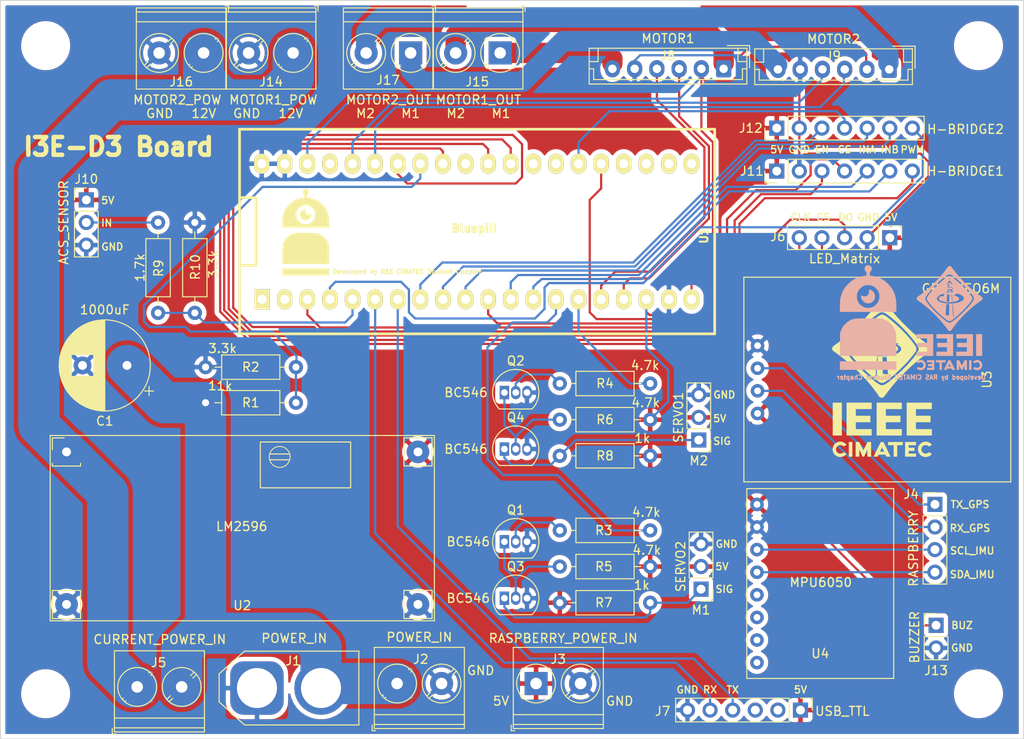
<source format=kicad_pcb>
(kicad_pcb (version 20171130) (host pcbnew 5.1.9-73d0e3b20d~88~ubuntu20.04.1)
  (layers (0 F.Cu signal hide) (31 B.Cu signal hide) (34 B.Paste user) (35 F.Paste user) (36 B.SilkS user) (37 F.SilkS user) (38 B.Mask user) (39 F.Mask user) (44 Edge.Cuts user))
  (net 0 "")
  (net 1 +12V)
  (net 2 GND)
  (net 3 +5V)
  (net 4 /TX_GPS)
  (net 5 /RX_GPS)
  (net 6 /SCL)
  (net 7 /SDA)
  (net 8 /DOUT_LED)
  (net 9 /CS_LED)
  (net 10 /CLK_LED)
  (net 11 /RX_SERIAL)
  (net 12 /TX_SERIAL)
  (net 13 /MOTOR1_M2)
  (net 14 +3V3)
  (net 15 /ENCODER1_B)
  (net 16 /ENCODER1_A)
  (net 17 /MOTOR1_M1)
  (net 18 /MOTOR2_M1)
  (net 19 /ENCODER2_A)
  (net 20 /ENCODER2_B)
  (net 21 /MOTOR2_M2)
  (net 22 /MOTOR1_PWM)
  (net 23 /MOTOR1_INB)
  (net 24 /MOTOR1_INA)
  (net 25 /MOTOR1_CS)
  (net 26 /MOTOR1_EN)
  (net 27 /MOTOR2_EN)
  (net 28 /MOTOR2_CS)
  (net 29 /MOTOR2_INA)
  (net 30 /MOTOR2_INB)
  (net 31 /MOTOR2_PWM)
  (net 32 /BUZZER)
  (net 33 "Net-(M1-Pad1)")
  (net 34 "Net-(M2-Pad1)")
  (net 35 "Net-(Q1-Pad1)")
  (net 36 "Net-(Q1-Pad2)")
  (net 37 "Net-(Q2-Pad2)")
  (net 38 "Net-(Q2-Pad1)")
  (net 39 /AVS)
  (net 40 /SERVO1)
  (net 41 /SERVO2)
  (net 42 /ACS)
  (net 43 "Net-(J10-Pad2)")
  (net 44 "Net-(C1-Pad1)")
  (net 45 "Net-(J7-Pad3)")
  (net 46 "Net-(J7-Pad2)")
  (net 47 "Net-(U1-Pad37)")
  (net 48 "Net-(U1-Pad31)")
  (net 49 "Net-(U1-Pad28)")
  (net 50 "Net-(U1-Pad27)")
  (net 51 "Net-(U1-Pad24)")
  (net 52 "Net-(U1-Pad23)")
  (net 53 "Net-(U1-Pad22)")
  (net 54 "Net-(U1-Pad21)")
  (net 55 "Net-(U1-Pad2)")
  (net 56 "Net-(U1-Pad1)")
  (net 57 "Net-(U4-Pad8)")
  (net 58 "Net-(U4-Pad7)")
  (net 59 "Net-(U4-Pad6)")
  (net 60 "Net-(U4-Pad5)")
  (module D3_Board:ieee_logo_11_8mm (layer B.Cu) (at 106.68 35.7505 180)
    (fp_text reference G*** hide)
    (fp_text value LOGO hide)
  )
  (module D3_Board:ieee_logo (layer F.Cu) (at 99.06 42.545)
    (fp_text reference G*** hide)
    (fp_text value LOGO hide)
  )
  (module D3_Board:ras_logo_11_8mm (layer B.Cu) (at 97.536 35.6235 180)
    (fp_text reference G*** hide)
    (fp_text value LOGO hide)
  )
  (module D3_Board:ras_logo (layer F.Cu) (at 34.29 26.035)
    (fp_text reference G*** hide)
    (fp_text value LOGO hide)
  )
  (module MountingHole:MountingHole_4.5mm_Pad (layer F.Cu) (at 109.92 5.08)
    (fp_text reference REF**)
    (fp_text value MountingHole_4.5mm_Pad)
    (pad "" np_thru_hole circle (at 0 0) (size 4.5 4.5) (drill 4.5) (layers *.Cu *.Mask))
  )
  (module MountingHole:MountingHole_4.5mm_Pad (layer F.Cu) (at 109.92 77.92)
    (fp_text reference REF**)
    (fp_text value MountingHole_4.5mm_Pad)
    (pad "" np_thru_hole circle (at 0 0) (size 4.5 4.5) (drill 4.5) (layers *.Cu *.Mask))
  )
  (module MountingHole:MountingHole_4.5mm_Pad (layer F.Cu) (at 5.08 77.92)
    (fp_text reference REF**)
    (fp_text value MountingHole_4.5mm_Pad)
    (pad "" np_thru_hole circle (at 0 0) (size 4.5 4.5) (drill 4.5) (layers *.Cu *.Mask))
  )
  (module MountingHole:MountingHole_4.5mm_Pad (layer F.Cu) (at 5.08 5.08)
    (fp_text reference REF**)
    (fp_text value MountingHole_4.5mm_Pad)
    (pad "" np_thru_hole circle (at 0 0) (size 4.5 4.5) (drill 4.5) (layers *.Cu *.Mask))
  )
  (module TerminalBlock_Phoenix:TerminalBlock_Phoenix_PT-1,5-2-5.0-H_1x02_P5.00mm_Horizontal (layer F.Cu) (at 15.367 77.1525)
    (fp_text reference J5 (at 2.413 -2.7305) (layer F.SilkS))
    (fp_text value CURRENT_POWER_IN (at 2.54 -5.334) (layer F.SilkS))
    (pad 2 thru_hole circle (at 5 0) (size 2.6 2.6) (drill 1.3) (layers *.Cu *.Mask) (net 44 "Net-(C1-Pad1)"))
    (pad 1 thru_hole rect (at 0 0) (size 2.6 2.6) (drill 1.3) (layers *.Cu *.Mask) (net 1 +12V))
  )
  (module D3_Board:MPU6050_module (layer F.Cu) (at 92.1385 65.532)
    (fp_text reference U4 (at 0 7.874) (layer F.SilkS))
    (fp_text value MPU6050 (at 0.0635 -0.127) (layer F.SilkS))
    (pad 8 thru_hole circle (at -7.112 8.89) (size 1.524 1.524) (drill 0.762) (layers *.Cu *.Mask) (net 57 "Net-(U4-Pad8)"))
    (pad 7 thru_hole circle (at -7.112 6.35) (size 1.524 1.524) (drill 0.762) (layers *.Cu *.Mask) (net 58 "Net-(U4-Pad7)"))
    (pad 6 thru_hole circle (at -7.112 3.81) (size 1.524 1.524) (drill 0.762) (layers *.Cu *.Mask) (net 59 "Net-(U4-Pad6)"))
    (pad 5 thru_hole circle (at -7.112 1.27) (size 1.524 1.524) (drill 0.762) (layers *.Cu *.Mask) (net 60 "Net-(U4-Pad5)"))
    (pad 4 thru_hole circle (at -7.112 -1.27) (size 1.524 1.524) (drill 0.762) (layers *.Cu *.Mask) (net 7 /SDA))
    (pad 3 thru_hole circle (at -7.112 -3.81) (size 1.524 1.524) (drill 0.762) (layers *.Cu *.Mask) (net 6 /SCL))
    (pad 2 thru_hole circle (at -7.112 -6.35) (size 1.524 1.524) (drill 0.762) (layers *.Cu *.Mask) (net 2 GND))
    (pad 1 thru_hole circle (at -7.112 -8.89) (size 1.524 1.524) (drill 0.762) (layers *.Cu *.Mask) (net 3 +5V))
  )
  (module D3_Board:GPS_NEO6M_module (layer F.Cu) (at 98.552 42.6085 90)
    (fp_text reference U3 (at 0 12.319 90) (layer F.SilkS))
    (fp_text value GPS_NEO6M (at 10.2235 9.398 180) (layer F.SilkS))
    (pad 2 thru_hole circle (at -1.27 -13.462 90) (size 1.524 1.524) (drill 0.762) (layers *.Cu *.Mask) (net 5 /RX_GPS))
    (pad 3 thru_hole circle (at 1.27 -13.462 90) (size 1.524 1.524) (drill 0.762) (layers *.Cu *.Mask) (net 4 /TX_GPS))
    (pad 4 thru_hole circle (at 3.81 -13.462 90) (size 1.524 1.524) (drill 0.762) (layers *.Cu *.Mask) (net 2 GND))
    (pad 1 thru_hole circle (at -3.81 -13.462 90) (size 1.524 1.524) (drill 0.762) (layers *.Cu *.Mask) (net 3 +5V))
  )
  (module D3_Board:LM2596_module (layer F.Cu) (at 27.178 59.309)
    (fp_text reference U2 (at 0 8.6995) (layer F.SilkS))
    (fp_text value LM2596 (at -0.0635 -0.1905) (layer F.SilkS))
    (pad 4 thru_hole circle (at 19.7485 -8.5725) (size 2.54 2.54) (drill 1) (layers *.Cu *.Mask) (net 3 +5V))
    (pad 2 thru_hole circle (at -19.7485 8.5725) (size 2.54 2.54) (drill 1) (layers *.Cu *.Mask) (net 2 GND))
    (pad 3 thru_hole circle (at 19.7485 8.5725) (size 2.54 2.54) (drill 1) (layers *.Cu *.Mask) (net 2 GND))
    (pad 1 thru_hole rect (at -19.7485 -8.5725) (size 2.54 2.54) (drill 1) (layers *.Cu *.Mask) (net 1 +12V))
  )
  (module BLUEPILL:BluePill_STM32F103C (layer F.Cu) (at 29.464 33.5915 90)
    (fp_text reference U1 (at 7.1628 49.6062 270) (layer F.SilkS) (effects (font (size 0.889 0.889) (thickness 0.3048))))
    (fp_text value Bluepill (at 7.9756 23.7998) (layer F.SilkS) (effects (font (size 0.889 0.889) (thickness 0.22225))))
    (pad 1 thru_hole rect (at 0 -0.0508) (size 1.7272 2.25) (drill 1.016) (layers *.Cu *.Mask F.SilkS) (net 56 "Net-(U1-Pad1)"))
    (pad 2 thru_hole oval (at 0 2.4892) (size 1.7272 2.25) (drill 1.016) (layers *.Cu *.Mask F.SilkS) (net 55 "Net-(U1-Pad2)"))
    (pad 3 thru_hole oval (at 0 5.0292) (size 1.7272 2.25) (drill 1.016) (layers *.Cu *.Mask F.SilkS) (net 22 /MOTOR1_PWM))
    (pad 4 thru_hole oval (at 0 7.5692) (size 1.7272 2.25) (drill 1.016) (layers *.Cu *.Mask F.SilkS) (net 31 /MOTOR2_PWM))
    (pad 5 thru_hole oval (at 0 10.1092) (size 1.7272 2.25) (drill 1.016) (layers *.Cu *.Mask F.SilkS) (net 42 /ACS))
    (pad 6 thru_hole oval (at 0 12.6492) (size 1.7272 2.25) (drill 1.016) (layers *.Cu *.Mask F.SilkS) (net 11 /RX_SERIAL))
    (pad 7 thru_hole oval (at 0 15.1892) (size 1.7272 2.25) (drill 1.016) (layers *.Cu *.Mask F.SilkS) (net 12 /TX_SERIAL))
    (pad 8 thru_hole oval (at 0 17.7292) (size 1.7272 2.25) (drill 1.016) (layers *.Cu *.Mask F.SilkS) (net 27 /MOTOR2_EN))
    (pad 9 thru_hole oval (at 0 20.2692) (size 1.7272 2.25) (drill 1.016) (layers *.Cu *.Mask F.SilkS) (net 29 /MOTOR2_INA))
    (pad 10 thru_hole oval (at 0 22.8092) (size 1.7272 2.25) (drill 1.016) (layers *.Cu *.Mask F.SilkS) (net 30 /MOTOR2_INB))
    (pad 11 thru_hole oval (at 0 25.3492) (size 1.7272 2.25) (drill 1.016) (layers *.Cu *.Mask F.SilkS) (net 26 /MOTOR1_EN))
    (pad 12 thru_hole oval (at 0 27.8892) (size 1.7272 2.25) (drill 1.016) (layers *.Cu *.Mask F.SilkS) (net 24 /MOTOR1_INA))
    (pad 13 thru_hole oval (at 0 30.4292) (size 1.7272 2.25) (drill 1.016) (layers *.Cu *.Mask F.SilkS) (net 23 /MOTOR1_INB))
    (pad 14 thru_hole oval (at 0 32.9692) (size 1.7272 2.25) (drill 1.016) (layers *.Cu *.Mask F.SilkS) (net 40 /SERVO1))
    (pad 15 thru_hole oval (at 0 35.5092) (size 1.7272 2.25) (drill 1.016) (layers *.Cu *.Mask F.SilkS) (net 41 /SERVO2))
    (pad 16 thru_hole oval (at 0 38.0492) (size 1.7272 2.25) (drill 1.016) (layers *.Cu *.Mask F.SilkS) (net 16 /ENCODER1_A))
    (pad 17 thru_hole oval (at 0 40.5892) (size 1.7272 2.25) (drill 1.016) (layers *.Cu *.Mask F.SilkS) (net 15 /ENCODER1_B))
    (pad 18 thru_hole oval (at 0 43.1292) (size 1.7272 2.25) (drill 1.016) (layers *.Cu *.Mask F.SilkS) (net 3 +5V))
    (pad 19 thru_hole oval (at 0 45.6692) (size 1.7272 2.25) (drill 1.016) (layers *.Cu *.Mask F.SilkS) (net 2 GND))
    (pad 20 thru_hole oval (at 0 48.2092) (size 1.7272 2.25) (drill 1.016) (layers *.Cu *.Mask F.SilkS) (net 14 +3V3))
    (pad 21 thru_hole oval (at 15.24 48.2092 180) (size 1.7272 2.25) (drill 1.016) (layers *.Cu *.Mask F.SilkS) (net 54 "Net-(U1-Pad21)"))
    (pad 22 thru_hole oval (at 15.24 45.6692 180) (size 1.7272 2.25) (drill 1.016) (layers *.Cu *.Mask F.SilkS) (net 53 "Net-(U1-Pad22)"))
    (pad 23 thru_hole oval (at 15.24 43.1292 180) (size 1.7272 2.25) (drill 1.016) (layers *.Cu *.Mask F.SilkS) (net 52 "Net-(U1-Pad23)"))
    (pad 24 thru_hole oval (at 15.24 40.5892 180) (size 1.7272 2.25) (drill 1.016) (layers *.Cu *.Mask F.SilkS) (net 51 "Net-(U1-Pad24)"))
    (pad 25 thru_hole oval (at 15.24 38.0492 180) (size 1.7272 2.25) (drill 1.016) (layers *.Cu *.Mask F.SilkS) (net 25 /MOTOR1_CS))
    (pad 26 thru_hole oval (at 15.24 35.5092 180) (size 1.7272 2.25) (drill 1.016) (layers *.Cu *.Mask F.SilkS) (net 28 /MOTOR2_CS))
    (pad 27 thru_hole oval (at 15.24 32.9692 180) (size 1.7272 2.25) (drill 1.016) (layers *.Cu *.Mask F.SilkS) (net 50 "Net-(U1-Pad27)"))
    (pad 28 thru_hole oval (at 15.24 30.4292 180) (size 1.7272 2.25) (drill 1.016) (layers *.Cu *.Mask F.SilkS) (net 49 "Net-(U1-Pad28)"))
    (pad 29 thru_hole oval (at 15.24 27.8892 180) (size 1.7272 2.25) (drill 1.016) (layers *.Cu *.Mask F.SilkS) (net 9 /CS_LED))
    (pad 30 thru_hole oval (at 15.24 25.3492 180) (size 1.7272 2.25) (drill 1.016) (layers *.Cu *.Mask F.SilkS) (net 10 /CLK_LED))
    (pad 31 thru_hole oval (at 15.24 22.8092 180) (size 1.7272 2.25) (drill 1.016) (layers *.Cu *.Mask F.SilkS) (net 48 "Net-(U1-Pad31)"))
    (pad 32 thru_hole oval (at 15.24 20.2692 180) (size 1.7272 2.25) (drill 1.016) (layers *.Cu *.Mask F.SilkS) (net 8 /DOUT_LED))
    (pad 33 thru_hole oval (at 15.24 17.7292 180) (size 1.7272 2.25) (drill 1.016) (layers *.Cu *.Mask F.SilkS) (net 39 /AVS))
    (pad 34 thru_hole oval (at 15.24 15.1892 180) (size 1.7272 2.25) (drill 1.016) (layers *.Cu *.Mask F.SilkS) (net 32 /BUZZER))
    (pad 35 thru_hole oval (at 15.24 12.6492 180) (size 1.7272 2.25) (drill 1.016) (layers *.Cu *.Mask F.SilkS) (net 20 /ENCODER2_B))
    (pad 36 thru_hole oval (at 15.24 10.1092 180) (size 1.7272 2.25) (drill 1.016) (layers *.Cu *.Mask F.SilkS) (net 19 /ENCODER2_A))
    (pad 37 thru_hole oval (at 15.24 7.5692 180) (size 1.7272 2.25) (drill 1.016) (layers *.Cu *.Mask F.SilkS) (net 47 "Net-(U1-Pad37)"))
    (pad 38 thru_hole oval (at 15.24 5.0292 180) (size 1.7272 2.25) (drill 1.016) (layers *.Cu *.Mask F.SilkS) (net 14 +3V3))
    (pad 39 thru_hole oval (at 15.24 2.4892 180) (size 1.7272 2.25) (drill 1.016) (layers *.Cu *.Mask F.SilkS) (net 2 GND))
    (pad 40 thru_hole oval (at 15.24 -0.1016 180) (size 1.7272 2.25) (drill 1.016) (layers *.Cu *.Mask F.SilkS) (net 2 GND))
  )
  (module Resistor_THT:R_Axial_DIN0207_L6.3mm_D2.5mm_P10.16mm_Horizontal (layer F.Cu) (at 21.844 35.1155 90)
    (fp_text reference R10 (at 5.1435 0.0635 90) (layer F.SilkS))
    (fp_text value 3.3k (at 5.461 2.0955 90) (layer F.SilkS))
    (pad 2 thru_hole oval (at 10.16 0 90) (size 1.6 1.6) (drill 0.8) (layers *.Cu *.Mask) (net 2 GND))
    (pad 1 thru_hole circle (at 0 0 90) (size 1.6 1.6) (drill 0.8) (layers *.Cu *.Mask) (net 42 /ACS))
  )
  (module Resistor_THT:R_Axial_DIN0207_L6.3mm_D2.5mm_P10.16mm_Horizontal (layer F.Cu) (at 17.7165 24.9555 270)
    (fp_text reference R9 (at 5.1435 -0.0635 90) (layer F.SilkS))
    (fp_text value 1.7k (at 5.08 2.032 90) (layer F.SilkS))
    (pad 2 thru_hole oval (at 10.16 0 270) (size 1.6 1.6) (drill 0.8) (layers *.Cu *.Mask) (net 42 /ACS))
    (pad 1 thru_hole circle (at 0 0 270) (size 1.6 1.6) (drill 0.8) (layers *.Cu *.Mask) (net 43 "Net-(J10-Pad2)"))
  )
  (module Resistor_THT:R_Axial_DIN0207_L6.3mm_D2.5mm_P10.16mm_Horizontal (layer F.Cu) (at 62.865 51.181)
    (fp_text reference R8 (at 5.08 0) (layer F.SilkS))
    (fp_text value 1k (at 9.271 -1.9685) (layer F.SilkS))
    (pad 2 thru_hole oval (at 10.16 0) (size 1.6 1.6) (drill 0.8) (layers *.Cu *.Mask) (net 3 +5V))
    (pad 1 thru_hole circle (at 0 0) (size 1.6 1.6) (drill 0.8) (layers *.Cu *.Mask) (net 34 "Net-(M2-Pad1)"))
  )
  (module Resistor_THT:R_Axial_DIN0207_L6.3mm_D2.5mm_P10.16mm_Horizontal (layer F.Cu) (at 73.025 67.691 180)
    (fp_text reference R7 (at 5.207 0) (layer F.SilkS))
    (fp_text value 1k (at 0.9525 1.9685) (layer F.SilkS))
    (pad 2 thru_hole oval (at 10.16 0 180) (size 1.6 1.6) (drill 0.8) (layers *.Cu *.Mask) (net 3 +5V))
    (pad 1 thru_hole circle (at 0 0 180) (size 1.6 1.6) (drill 0.8) (layers *.Cu *.Mask) (net 33 "Net-(M1-Pad1)"))
  )
  (module Resistor_THT:R_Axial_DIN0207_L6.3mm_D2.5mm_P10.16mm_Horizontal (layer F.Cu) (at 62.865 47.117)
    (fp_text reference R6 (at 5.08 0) (layer F.SilkS))
    (fp_text value 4.7k (at 9.652 -1.905) (layer F.SilkS))
    (pad 2 thru_hole oval (at 10.16 0) (size 1.6 1.6) (drill 0.8) (layers *.Cu *.Mask) (net 3 +5V))
    (pad 1 thru_hole circle (at 0 0) (size 1.6 1.6) (drill 0.8) (layers *.Cu *.Mask) (net 38 "Net-(Q2-Pad1)"))
  )
  (module Resistor_THT:R_Axial_DIN0207_L6.3mm_D2.5mm_P10.16mm_Horizontal (layer F.Cu) (at 62.865 63.627)
    (fp_text reference R5 (at 4.953 0) (layer F.SilkS))
    (fp_text value 4.7k (at 9.779 -1.8415) (layer F.SilkS))
    (pad 2 thru_hole oval (at 10.16 0) (size 1.6 1.6) (drill 0.8) (layers *.Cu *.Mask) (net 3 +5V))
    (pad 1 thru_hole circle (at 0 0) (size 1.6 1.6) (drill 0.8) (layers *.Cu *.Mask) (net 35 "Net-(Q1-Pad1)"))
  )
  (module Resistor_THT:R_Axial_DIN0207_L6.3mm_D2.5mm_P10.16mm_Horizontal (layer F.Cu) (at 62.865 43.053)
    (fp_text reference R4 (at 5.08 0) (layer F.SilkS))
    (fp_text value 4.7k (at 9.5885 -2.032) (layer F.SilkS))
    (pad 2 thru_hole oval (at 10.16 0) (size 1.6 1.6) (drill 0.8) (layers *.Cu *.Mask) (net 41 /SERVO2))
    (pad 1 thru_hole circle (at 0 0) (size 1.6 1.6) (drill 0.8) (layers *.Cu *.Mask) (net 37 "Net-(Q2-Pad2)"))
  )
  (module Resistor_THT:R_Axial_DIN0207_L6.3mm_D2.5mm_P10.16mm_Horizontal (layer F.Cu) (at 62.865 59.563)
    (fp_text reference R3 (at 4.953 0) (layer F.SilkS))
    (fp_text value 4.7k (at 9.7155 -2.032) (layer F.SilkS))
    (pad 2 thru_hole oval (at 10.16 0) (size 1.6 1.6) (drill 0.8) (layers *.Cu *.Mask) (net 40 /SERVO1))
    (pad 1 thru_hole circle (at 0 0) (size 1.6 1.6) (drill 0.8) (layers *.Cu *.Mask) (net 36 "Net-(Q1-Pad2)"))
  )
  (module Resistor_THT:R_Axial_DIN0207_L6.3mm_D2.5mm_P10.16mm_Horizontal (layer F.Cu) (at 33.2105 41.2115 180)
    (fp_text reference R2 (at 5.08 0) (layer F.SilkS))
    (fp_text value 3.3k (at 8.255 2.0955) (layer F.SilkS))
    (pad 2 thru_hole oval (at 10.16 0 180) (size 1.6 1.6) (drill 0.8) (layers *.Cu *.Mask) (net 2 GND))
    (pad 1 thru_hole circle (at 0 0 180) (size 1.6 1.6) (drill 0.8) (layers *.Cu *.Mask) (net 39 /AVS))
  )
  (module Resistor_THT:R_Axial_DIN0207_L6.3mm_D2.5mm_P10.16mm_Horizontal (layer F.Cu) (at 23.0505 45.212)
    (fp_text reference R1 (at 5.08 0) (layer F.SilkS))
    (fp_text value 11k (at 1.651 -1.905) (layer F.SilkS))
    (pad 2 thru_hole oval (at 10.16 0) (size 1.6 1.6) (drill 0.8) (layers *.Cu *.Mask) (net 39 /AVS))
    (pad 1 thru_hole circle (at 0 0) (size 1.6 1.6) (drill 0.8) (layers *.Cu *.Mask) (net 44 "Net-(C1-Pad1)"))
  )
  (module Package_TO_SOT_THT:TO-92_Inline (layer F.Cu) (at 56.642 50.419)
    (fp_text reference Q4 (at 1.27 -3.56) (layer F.SilkS))
    (fp_text value BC546 (at -4.318 0) (layer F.SilkS))
    (pad 1 thru_hole rect (at 0 0) (size 1.05 1.5) (drill 0.75) (layers *.Cu *.Mask) (net 34 "Net-(M2-Pad1)"))
    (pad 3 thru_hole oval (at 2.54 0) (size 1.05 1.5) (drill 0.75) (layers *.Cu *.Mask) (net 2 GND))
    (pad 2 thru_hole oval (at 1.27 0) (size 1.05 1.5) (drill 0.75) (layers *.Cu *.Mask) (net 38 "Net-(Q2-Pad1)"))
  )
  (module Package_TO_SOT_THT:TO-92_Inline (layer F.Cu) (at 56.642 67.183)
    (fp_text reference Q3 (at 1.27 -3.56) (layer F.SilkS))
    (fp_text value BC546 (at -4.064 0) (layer F.SilkS))
    (pad 1 thru_hole rect (at 0 0) (size 1.05 1.5) (drill 0.75) (layers *.Cu *.Mask) (net 33 "Net-(M1-Pad1)"))
    (pad 3 thru_hole oval (at 2.54 0) (size 1.05 1.5) (drill 0.75) (layers *.Cu *.Mask) (net 2 GND))
    (pad 2 thru_hole oval (at 1.27 0) (size 1.05 1.5) (drill 0.75) (layers *.Cu *.Mask) (net 35 "Net-(Q1-Pad1)"))
  )
  (module Package_TO_SOT_THT:TO-92_Inline (layer F.Cu) (at 56.642 44.069)
    (fp_text reference Q2 (at 1.27 -3.56) (layer F.SilkS))
    (fp_text value BC546 (at -4.318 0) (layer F.SilkS))
    (pad 1 thru_hole rect (at 0 0) (size 1.05 1.5) (drill 0.75) (layers *.Cu *.Mask) (net 38 "Net-(Q2-Pad1)"))
    (pad 3 thru_hole oval (at 2.54 0) (size 1.05 1.5) (drill 0.75) (layers *.Cu *.Mask) (net 2 GND))
    (pad 2 thru_hole oval (at 1.27 0) (size 1.05 1.5) (drill 0.75) (layers *.Cu *.Mask) (net 37 "Net-(Q2-Pad2)"))
  )
  (module Package_TO_SOT_THT:TO-92_Inline (layer F.Cu) (at 56.642 60.833)
    (fp_text reference Q1 (at 1.27 -3.56) (layer F.SilkS))
    (fp_text value BC546 (at -4.064 0) (layer F.SilkS))
    (pad 1 thru_hole rect (at 0 0) (size 1.05 1.5) (drill 0.75) (layers *.Cu *.Mask) (net 35 "Net-(Q1-Pad1)"))
    (pad 3 thru_hole oval (at 2.54 0) (size 1.05 1.5) (drill 0.75) (layers *.Cu *.Mask) (net 2 GND))
    (pad 2 thru_hole oval (at 1.27 0) (size 1.05 1.5) (drill 0.75) (layers *.Cu *.Mask) (net 36 "Net-(Q1-Pad2)"))
  )
  (module Connector_PinHeader_2.54mm:PinHeader_1x03_P2.54mm_Vertical (layer F.Cu) (at 78.486 49.403 180)
    (fp_text reference M2 (at 0 -2.33) (layer F.SilkS))
    (fp_text value SERVO1 (at 2.286 2.54 270) (layer F.SilkS))
    (pad 3 thru_hole oval (at 0 5.08 180) (size 1.7 1.7) (drill 1) (layers *.Cu *.Mask) (net 2 GND))
    (pad 2 thru_hole oval (at 0 2.54 180) (size 1.7 1.7) (drill 1) (layers *.Cu *.Mask) (net 3 +5V))
    (pad 1 thru_hole rect (at 0 0 180) (size 1.7 1.7) (drill 1) (layers *.Cu *.Mask) (net 34 "Net-(M2-Pad1)"))
  )
  (module Connector_PinHeader_2.54mm:PinHeader_1x03_P2.54mm_Vertical (layer F.Cu) (at 78.74 66.167 180)
    (fp_text reference M1 (at 0 -2.33) (layer F.SilkS))
    (fp_text value SERVO2 (at 2.286 2.54 90) (layer F.SilkS))
    (pad 3 thru_hole oval (at 0 5.08 180) (size 1.7 1.7) (drill 1) (layers *.Cu *.Mask) (net 2 GND))
    (pad 2 thru_hole oval (at 0 2.54 180) (size 1.7 1.7) (drill 1) (layers *.Cu *.Mask) (net 3 +5V))
    (pad 1 thru_hole rect (at 0 0 180) (size 1.7 1.7) (drill 1) (layers *.Cu *.Mask) (net 33 "Net-(M1-Pad1)"))
  )
  (module TerminalBlock_Phoenix:TerminalBlock_Phoenix_PT-1,5-2-5.0-H_1x02_P5.00mm_Horizontal (layer F.Cu) (at 46.101 5.9 180)
    (fp_text reference J17 (at 2.54 -3.0535) (layer F.SilkS))
    (fp_text value MOTOR2_OUT (at 2.4765 -5.276) (layer F.SilkS))
    (pad 2 thru_hole circle (at 5 0 180) (size 2.6 2.6) (drill 1.3) (layers *.Cu *.Mask) (net 21 /MOTOR2_M2))
    (pad 1 thru_hole rect (at 0 0 180) (size 2.6 2.6) (drill 1.3) (layers *.Cu *.Mask) (net 18 /MOTOR2_M1))
  )
  (module TerminalBlock_Phoenix:TerminalBlock_Phoenix_PT-1,5-2-5.0-H_1x02_P5.00mm_Horizontal (layer F.Cu) (at 22.8346 5.9 180)
    (fp_text reference J16 (at 2.5146 -3.244) (layer F.SilkS))
    (fp_text value MOTOR2_POW (at 2.9591 -5.276) (layer F.SilkS))
    (pad 2 thru_hole circle (at 5 0 180) (size 2.6 2.6) (drill 1.3) (layers *.Cu *.Mask) (net 2 GND))
    (pad 1 thru_hole rect (at 0 0 180) (size 2.6 2.6) (drill 1.3) (layers *.Cu *.Mask) (net 1 +12V))
  )
  (module TerminalBlock_Phoenix:TerminalBlock_Phoenix_PT-1,5-2-5.0-H_1x02_P5.00mm_Horizontal (layer F.Cu) (at 56.1594 5.9 180)
    (fp_text reference J15 (at 2.5654 -3.244) (layer F.SilkS))
    (fp_text value MOTOR1_OUT (at 2.4384 -5.276) (layer F.SilkS))
    (pad 2 thru_hole circle (at 5 0 180) (size 2.6 2.6) (drill 1.3) (layers *.Cu *.Mask) (net 13 /MOTOR1_M2))
    (pad 1 thru_hole rect (at 0 0 180) (size 2.6 2.6) (drill 1.3) (layers *.Cu *.Mask) (net 17 /MOTOR1_M1))
  )
  (module TerminalBlock_Phoenix:TerminalBlock_Phoenix_PT-1,5-2-5.0-H_1x02_P5.00mm_Horizontal (layer F.Cu) (at 32.893 5.9 180)
    (fp_text reference J14 (at 2.4765 -3.244) (layer F.SilkS))
    (fp_text value MOTOR1_POW (at 2.2225 -5.276) (layer F.SilkS))
    (pad 2 thru_hole circle (at 5 0 180) (size 2.6 2.6) (drill 1.3) (layers *.Cu *.Mask) (net 2 GND))
    (pad 1 thru_hole rect (at 0 0 180) (size 2.6 2.6) (drill 1.3) (layers *.Cu *.Mask) (net 1 +12V))
  )
  (module Connector_PinHeader_2.54mm:PinHeader_1x02_P2.54mm_Vertical (layer F.Cu) (at 105.156 70.231)
    (fp_text reference J13 (at 0 5.08) (layer F.SilkS))
    (fp_text value BUZZER (at -2.413 1.3335 90) (layer F.SilkS))
    (pad 1 thru_hole rect (at 0 0) (size 1.7 1.7) (drill 1) (layers *.Cu *.Mask) (net 32 /BUZZER))
    (pad 2 thru_hole oval (at 0 2.54) (size 1.7 1.7) (drill 1) (layers *.Cu *.Mask) (net 2 GND))
  )
  (module Connector_PinHeader_2.54mm:PinHeader_1x07_P2.54mm_Vertical (layer F.Cu) (at 87.249 14.351 90)
    (fp_text reference J12 (at 0 -2.921 180) (layer F.SilkS))
    (fp_text value H-BRIDGE2 (at -0.127 21.209 180) (layer F.SilkS))
    (pad 1 thru_hole rect (at 0 0 90) (size 1.7 1.7) (drill 1) (layers *.Cu *.Mask) (net 3 +5V))
    (pad 2 thru_hole oval (at 0 2.54 90) (size 1.7 1.7) (drill 1) (layers *.Cu *.Mask) (net 2 GND))
    (pad 3 thru_hole oval (at 0 5.08 90) (size 1.7 1.7) (drill 1) (layers *.Cu *.Mask) (net 27 /MOTOR2_EN))
    (pad 4 thru_hole oval (at 0 7.62 90) (size 1.7 1.7) (drill 1) (layers *.Cu *.Mask) (net 28 /MOTOR2_CS))
    (pad 5 thru_hole oval (at 0 10.16 90) (size 1.7 1.7) (drill 1) (layers *.Cu *.Mask) (net 29 /MOTOR2_INA))
    (pad 6 thru_hole oval (at 0 12.7 90) (size 1.7 1.7) (drill 1) (layers *.Cu *.Mask) (net 30 /MOTOR2_INB))
    (pad 7 thru_hole oval (at 0 15.24 90) (size 1.7 1.7) (drill 1) (layers *.Cu *.Mask) (net 31 /MOTOR2_PWM))
  )
  (module Connector_PinHeader_2.54mm:PinHeader_1x07_P2.54mm_Vertical (layer F.Cu) (at 87.249 19.177 90)
    (fp_text reference J11 (at 0 -2.794 180) (layer F.SilkS))
    (fp_text value H-BRIDGE1 (at 0 21.209 180) (layer F.SilkS))
    (pad 7 thru_hole oval (at 0 15.24 90) (size 1.7 1.7) (drill 1) (layers *.Cu *.Mask) (net 22 /MOTOR1_PWM))
    (pad 6 thru_hole oval (at 0 12.7 90) (size 1.7 1.7) (drill 1) (layers *.Cu *.Mask) (net 23 /MOTOR1_INB))
    (pad 5 thru_hole oval (at 0 10.16 90) (size 1.7 1.7) (drill 1) (layers *.Cu *.Mask) (net 24 /MOTOR1_INA))
    (pad 4 thru_hole oval (at 0 7.62 90) (size 1.7 1.7) (drill 1) (layers *.Cu *.Mask) (net 25 /MOTOR1_CS))
    (pad 3 thru_hole oval (at 0 5.08 90) (size 1.7 1.7) (drill 1) (layers *.Cu *.Mask) (net 26 /MOTOR1_EN))
    (pad 2 thru_hole oval (at 0 2.54 90) (size 1.7 1.7) (drill 1) (layers *.Cu *.Mask) (net 2 GND))
    (pad 1 thru_hole rect (at 0 0 90) (size 1.7 1.7) (drill 1) (layers *.Cu *.Mask) (net 3 +5V))
  )
  (module Connector_PinHeader_2.54mm:PinHeader_1x03_P2.54mm_Vertical (layer F.Cu) (at 9.652 22.4155)
    (fp_text reference J10 (at 0 -2.33) (layer F.SilkS))
    (fp_text value ACS_SENSOR (at -2.54 2.54 90) (layer F.SilkS))
    (pad 3 thru_hole oval (at 0 5.08) (size 1.7 1.7) (drill 1) (layers *.Cu *.Mask) (net 2 GND))
    (pad 2 thru_hole oval (at 0 2.54) (size 1.7 1.7) (drill 1) (layers *.Cu *.Mask) (net 43 "Net-(J10-Pad2)"))
    (pad 1 thru_hole rect (at 0 0) (size 1.7 1.7) (drill 1) (layers *.Cu *.Mask) (net 3 +5V))
  )
  (module Connector_JST:JST_EH_B6B-EH-A_1x06_P2.50mm_Vertical (layer F.Cu) (at 99.8855 7.747 180)
    (fp_text reference J9 (at 6.2865 1.524) (layer F.SilkS))
    (fp_text value MOTOR2 (at 6.25 3.4) (layer F.SilkS))
    (pad 6 thru_hole oval (at 12.5 0 180) (size 1.7 1.95) (drill 0.95) (layers *.Cu *.Mask) (net 18 /MOTOR2_M1))
    (pad 5 thru_hole oval (at 10 0 180) (size 1.7 1.95) (drill 0.95) (layers *.Cu *.Mask) (net 2 GND))
    (pad 4 thru_hole oval (at 7.5 0 180) (size 1.7 1.95) (drill 0.95) (layers *.Cu *.Mask) (net 19 /ENCODER2_A))
    (pad 3 thru_hole oval (at 5 0 180) (size 1.7 1.95) (drill 0.95) (layers *.Cu *.Mask) (net 20 /ENCODER2_B))
    (pad 2 thru_hole oval (at 2.5 0 180) (size 1.7 1.95) (drill 0.95) (layers *.Cu *.Mask) (net 14 +3V3))
    (pad 1 thru_hole roundrect (at 0 0 180) (size 1.7 1.95) (drill 0.95) (layers *.Cu *.Mask) (roundrect_rratio 0.147059) (net 21 /MOTOR2_M2))
  )
  (module Connector_JST:JST_EH_B6B-EH-A_1x06_P2.50mm_Vertical (layer F.Cu) (at 81.28 7.6835 180)
    (fp_text reference J8 (at 6.2865 1.4605) (layer F.SilkS))
    (fp_text value MOTOR1 (at 6.25 3.4) (layer F.SilkS))
    (pad 6 thru_hole oval (at 12.5 0 180) (size 1.7 1.95) (drill 0.95) (layers *.Cu *.Mask) (net 17 /MOTOR1_M1))
    (pad 5 thru_hole oval (at 10 0 180) (size 1.7 1.95) (drill 0.95) (layers *.Cu *.Mask) (net 2 GND))
    (pad 4 thru_hole oval (at 7.5 0 180) (size 1.7 1.95) (drill 0.95) (layers *.Cu *.Mask) (net 16 /ENCODER1_A))
    (pad 3 thru_hole oval (at 5 0 180) (size 1.7 1.95) (drill 0.95) (layers *.Cu *.Mask) (net 15 /ENCODER1_B))
    (pad 2 thru_hole oval (at 2.5 0 180) (size 1.7 1.95) (drill 0.95) (layers *.Cu *.Mask) (net 14 +3V3))
    (pad 1 thru_hole roundrect (at 0 0 180) (size 1.7 1.95) (drill 0.95) (layers *.Cu *.Mask) (roundrect_rratio 0.147059) (net 13 /MOTOR1_M2))
  )
  (module Connector_PinHeader_2.54mm:PinHeader_1x06_P2.54mm_Vertical (layer F.Cu) (at 89.916 79.756 270)
    (fp_text reference J7 (at 0.127 15.494 180) (layer F.SilkS))
    (fp_text value USB_TTL (at 0.127 -4.699 180) (layer F.SilkS))
    (pad 6 thru_hole oval (at 0 12.7 270) (size 1.7 1.7) (drill 1) (layers *.Cu *.Mask) (net 2 GND))
    (pad 5 thru_hole oval (at 0 10.16 270) (size 1.7 1.7) (drill 1) (layers *.Cu *.Mask) (net 11 /RX_SERIAL))
    (pad 4 thru_hole oval (at 0 7.62 270) (size 1.7 1.7) (drill 1) (layers *.Cu *.Mask) (net 12 /TX_SERIAL))
    (pad 3 thru_hole oval (at 0 5.08 270) (size 1.7 1.7) (drill 1) (layers *.Cu *.Mask) (net 45 "Net-(J7-Pad3)"))
    (pad 2 thru_hole oval (at 0 2.54 270) (size 1.7 1.7) (drill 1) (layers *.Cu *.Mask) (net 46 "Net-(J7-Pad2)"))
    (pad 1 thru_hole rect (at 0 0 270) (size 1.7 1.7) (drill 1) (layers *.Cu *.Mask) (net 3 +5V))
  )
  (module Connector_PinHeader_2.54mm:PinHeader_1x05_P2.54mm_Vertical (layer F.Cu) (at 99.949 26.67 270)
    (fp_text reference J6 (at -0.127 12.573 180) (layer F.SilkS))
    (fp_text value LED_Matrix (at 2.3495 5.08 180) (layer F.SilkS))
    (pad 1 thru_hole rect (at 0 0 270) (size 1.7 1.7) (drill 1) (layers *.Cu *.Mask) (net 3 +5V))
    (pad 2 thru_hole oval (at 0 2.54 270) (size 1.7 1.7) (drill 1) (layers *.Cu *.Mask) (net 2 GND))
    (pad 3 thru_hole oval (at 0 5.08 270) (size 1.7 1.7) (drill 1) (layers *.Cu *.Mask) (net 8 /DOUT_LED))
    (pad 4 thru_hole oval (at 0 7.62 270) (size 1.7 1.7) (drill 1) (layers *.Cu *.Mask) (net 9 /CS_LED))
    (pad 5 thru_hole oval (at 0 10.16 270) (size 1.7 1.7) (drill 1) (layers *.Cu *.Mask) (net 10 /CLK_LED))
  )
  (module Connector_PinHeader_2.54mm:PinHeader_1x04_P2.54mm_Vertical (layer F.Cu) (at 105.029 56.642)
    (fp_text reference J4 (at -2.667 -1.143) (layer F.SilkS))
    (fp_text value RASPBERRY (at -2.413 4.953 90) (layer F.SilkS))
    (pad 1 thru_hole rect (at 0 0) (size 1.7 1.7) (drill 1) (layers *.Cu *.Mask) (net 4 /TX_GPS))
    (pad 2 thru_hole oval (at 0 2.54) (size 1.7 1.7) (drill 1) (layers *.Cu *.Mask) (net 5 /RX_GPS))
    (pad 3 thru_hole oval (at 0 5.08) (size 1.7 1.7) (drill 1) (layers *.Cu *.Mask) (net 6 /SCL))
    (pad 4 thru_hole oval (at 0 7.62) (size 1.7 1.7) (drill 1) (layers *.Cu *.Mask) (net 7 /SDA))
  )
  (module TerminalBlock_Phoenix:TerminalBlock_Phoenix_PT-1,5-2-5.0-H_1x02_P5.00mm_Horizontal (layer F.Cu) (at 60.198 76.7715)
    (fp_text reference J3 (at 2.5 -2.7305) (layer F.SilkS))
    (fp_text value RASPBERRY_POWER_IN (at 3.048 -5.08) (layer F.SilkS))
    (pad 2 thru_hole circle (at 5 0) (size 2.6 2.6) (drill 1.3) (layers *.Cu *.Mask) (net 2 GND))
    (pad 1 thru_hole rect (at 0 0) (size 2.6 2.6) (drill 1.3) (layers *.Cu *.Mask) (net 3 +5V))
  )
  (module TerminalBlock_Phoenix:TerminalBlock_Phoenix_PT-1,5-2-5.0-H_1x02_P5.00mm_Horizontal (layer F.Cu) (at 44.577 76.7715)
    (fp_text reference J2 (at 2.667 -2.7305) (layer F.SilkS))
    (fp_text value POWER_IN (at 2.5 -5.207) (layer F.SilkS))
    (pad 2 thru_hole circle (at 5 0) (size 2.6 2.6) (drill 1.3) (layers *.Cu *.Mask) (net 2 GND))
    (pad 1 thru_hole rect (at 0 0) (size 2.6 2.6) (drill 1.3) (layers *.Cu *.Mask) (net 44 "Net-(C1-Pad1)"))
  )
  (module Connector_AMASS:AMASS_XT60-M_1x02_P7.20mm_Vertical (layer F.Cu) (at 28.829 77.2795)
    (fp_text reference J1 (at 4.064 -3.048 180) (layer F.SilkS))
    (fp_text value POWER_IN (at 4.191 -5.588) (layer F.SilkS))
    (pad 1 thru_hole roundrect (at 0 0) (size 6 6) (drill 4.5) (layers *.Cu *.Mask) (net 2 GND))
    (pad 2 thru_hole circle (at 7.2 0) (size 6 6) (drill 4.5) (layers *.Cu *.Mask) (net 44 "Net-(C1-Pad1)"))
  )
  (module Capacitor_THT:CP_Radial_D10.0mm_P5.00mm (layer F.Cu) (at 14.224 41.021 180)
    (fp_text reference C1 (at 2.5 -6.25) (layer F.SilkS))
    (fp_text value 1000uF (at 2.5 6.25) (layer F.SilkS))
    (pad 2 thru_hole circle (at 5 0 180) (size 2 2) (drill 1) (layers *.Cu *.Mask) (net 2 GND))
    (pad 1 thru_hole rect (at 0 0 180) (size 2 2) (drill 1) (layers *.Cu *.Mask) (net 44 "Net-(C1-Pad1)"))
  )
  (gr_text "Developed by RAS CIMATEC Student Chapter" (at 102.362 42.3545) (layer B.SilkS) (effects (font (size 0.5 0.5) (thickness 0.125)) (justify mirror)))
  (gr_text "Developed by RAS CIMATEC Student Chapter" (at 45.72 30.48) (layer F.SilkS) (effects (font (size 0.5 0.5) (thickness 0.125))))
  (gr_text "M2\n" (at 51.181 12.7) (layer F.SilkS) (effects (font (size 1 1))))
  (gr_text M1 (at 56.261 12.7) (layer F.SilkS) (effects (font (size 1 1))))
  (gr_text M1 (at 46.101 12.7) (layer F.SilkS) (effects (font (size 1 1))))
  (gr_text "M2\n" (at 41.021 12.7) (layer F.SilkS) (effects (font (size 1 1))))
  (gr_text 12V (at 32.639 12.7) (layer F.SilkS) (effects (font (size 1 1))))
  (gr_text GND (at 27.686 12.7) (layer F.SilkS) (effects (font (size 1 1))))
  (gr_text 12V (at 22.86 12.7) (layer F.SilkS) (effects (font (size 1 1))))
  (gr_text GND (at 17.907 12.7) (layer F.SilkS) (effects (font (size 1 1))))
  (gr_text 5V (at 56.261 78.74) (layer F.SilkS) (effects (font (size 1 1))))
  (gr_text GND (at 53.975 75.311) (layer F.SilkS) (effects (font (size 1 1))))
  (gr_text GND (at 69.596 78.74) (layer F.SilkS) (effects (font (size 1 1))))
  (gr_text DO (at 94.996 24.384) (layer F.SilkS) (effects (font (size 0.8 0.8))))
  (gr_text 5V (at 100.076 24.384) (layer F.SilkS) (effects (font (size 0.8 0.8))))
  (gr_text GND (at 97.536 24.384) (layer F.SilkS) (effects (font (size 0.8 0.8))))
  (gr_text CS (at 92.456 24.384) (layer F.SilkS) (effects (font (size 0.8 0.8))))
  (gr_text CLK (at 89.916 24.384) (layer F.SilkS) (effects (font (size 0.8 0.8))))
  (gr_text EN (at 92.329 16.764) (layer F.SilkS) (effects (font (size 0.8 0.8))))
  (gr_text 5V (at 87.249 16.764) (layer F.SilkS) (effects (font (size 0.8 0.8))))
  (gr_text INA (at 97.409 16.764) (layer F.SilkS) (effects (font (size 0.8 0.8))))
  (gr_text PWM (at 102.489 16.764) (layer F.SilkS) (effects (font (size 0.8 0.8))))
  (gr_text CS (at 94.869 16.764) (layer F.SilkS) (effects (font (size 0.8 0.8))))
  (gr_text GND (at 89.789 16.764) (layer F.SilkS) (effects (font (size 0.8 0.8))))
  (gr_text INB (at 99.949 16.764) (layer F.SilkS) (effects (font (size 0.8 0.8))))
  (gr_text BUZ (at 108.077 70.231) (layer F.SilkS) (effects (font (size 0.8 0.8))))
  (gr_text GND (at 108.077 72.771) (layer F.SilkS) (effects (font (size 0.8 0.8))))
  (gr_text SIG (at 82.169 49.53) (layer F.SilkS) (effects (font (size 0.8 0.8)) (justify right)))
  (gr_text GND (at 82.677 44.323) (layer F.SilkS) (effects (font (size 0.8 0.8)) (justify right)))
  (gr_text 5V (at 81.661 46.99) (layer F.SilkS) (effects (font (size 0.8 0.8)) (justify right)))
  (gr_text SIG (at 82.423 66.167) (layer F.SilkS) (effects (font (size 0.8 0.8)) (justify right)))
  (gr_text 5V (at 81.915 63.627) (layer F.SilkS) (effects (font (size 0.8 0.8)) (justify right)))
  (gr_text GND (at 82.931 61.087) (layer F.SilkS) (effects (font (size 0.8 0.8)) (justify right)))
  (gr_text GND (at 12.573 27.686) (layer F.SilkS) (effects (font (size 0.8 0.8))))
  (gr_text IN (at 11.938 25.019) (layer F.SilkS) (effects (font (size 0.8 0.8))))
  (gr_text 5V (at 12.065 22.479) (layer F.SilkS) (effects (font (size 0.8 0.8))))
  (gr_text 5V (at 89.916 77.47) (layer F.SilkS) (effects (font (size 0.8 0.8))))
  (gr_text TX (at 82.296 77.47) (layer F.SilkS) (effects (font (size 0.8 0.8))))
  (gr_text RX (at 79.756 77.47) (layer F.SilkS) (effects (font (size 0.8 0.8))))
  (gr_text GND (at 77.216 77.47) (layer F.SilkS) (effects (font (size 0.8 0.8))))
  (gr_text SCL_IMU (at 109.22 61.849) (layer F.SilkS) (effects (font (size 0.8 0.8))))
  (gr_text SDA_IMU (at 109.22 64.516) (layer F.SilkS) (effects (font (size 0.8 0.8))))
  (gr_text TX_GPS (at 108.966 56.642) (layer F.SilkS) (effects (font (size 0.8 0.8))))
  (gr_text RX_GPS (at 108.966 59.309) (layer F.SilkS) (effects (font (size 0.8 0.8))))
  (gr_text "I3E-D3 Board" (at 13.2715 16.4465) (layer F.SilkS) (effects (font (size 2 2) (thickness 0.5))))
  (gr_line (start 115 0) (end 115 83) (layer Edge.Cuts) (width 0.1))
  (gr_line (start 0 0) (end 115 0) (layer Edge.Cuts) (width 0.1))
  (gr_line (start 0 0) (end 0 83) (layer Edge.Cuts) (width 0.1))
  (gr_line (start 0 83) (end 115 83) (layer Edge.Cuts) (width 0.1))
  (segment (start 22.8346 5.9) (end 22.8346 8.8646) (width 4.63) (layer B.Cu) (net 1))
  (segment (start 22.8346 8.8646) (end 25.146 11.176) (width 4.63) (layer B.Cu) (net 1))
  (segment (start 25.146 11.176) (end 30.48 11.176) (width 4.63) (layer B.Cu) (net 1))
  (segment (start 32.893 8.763) (end 32.893 5.9) (width 4.63) (layer B.Cu) (net 1))
  (segment (start 30.48 11.176) (end 32.893 8.763) (width 4.63) (layer B.Cu) (net 1))
  (segment (start 12.065 55.372) (end 7.4295 50.7365) (width 4.63) (layer B.Cu) (net 1))
  (segment (start 12.065 74.422) (end 12.065 55.372) (width 4.63) (layer B.Cu) (net 1))
  (segment (start 14.7955 77.1525) (end 12.065 74.422) (width 4.63) (layer B.Cu) (net 1))
  (segment (start 15.367 77.1525) (end 14.7955 77.1525) (width 4.63) (layer B.Cu) (net 1))
  (segment (start 25.146 11.176) (end 12.446 11.176) (width 4.63) (layer B.Cu) (net 1))
  (segment (start 7.3025 50.7365) (end 4.318 47.752) (width 4.63) (layer B.Cu) (net 1))
  (segment (start 7.4295 50.7365) (end 7.3025 50.7365) (width 4.63) (layer B.Cu) (net 1))
  (segment (start 4.318 19.304) (end 12.446 11.176) (width 4.63) (layer B.Cu) (net 1))
  (segment (start 4.318 47.752) (end 4.318 19.304) (width 4.63) (layer B.Cu) (net 1))
  (segment (start 89.789 7.2466) (end 89.7966 7.239) (width 0.25) (layer F.Cu) (net 2))
  (segment (start 89.789 14.351) (end 89.789 7.2466) (width 0.25) (layer F.Cu) (net 2))
  (segment (start 97.409 26.67) (end 104.3305 19.7485) (width 0.25) (layer F.Cu) (net 2))
  (segment (start 104.3305 19.7485) (end 104.3305 18.161) (width 0.25) (layer F.Cu) (net 2))
  (segment (start 104.3305 18.161) (end 103.378 17.2085) (width 0.25) (layer F.Cu) (net 2))
  (segment (start 90.424 17.2085) (end 89.789 17.8435) (width 0.25) (layer F.Cu) (net 2))
  (segment (start 103.378 17.2085) (end 90.424 17.2085) (width 0.25) (layer F.Cu) (net 2))
  (segment (start 89.789 17.8435) (end 89.789 19.177) (width 0.25) (layer F.Cu) (net 2))
  (segment (start 89.789 14.351) (end 89.789 17.8435) (width 0.25) (layer F.Cu) (net 2))
  (segment (start 87.8916 9.144) (end 86.0425 9.144) (width 0.25) (layer B.Cu) (net 2))
  (segment (start 71.28 7.6835) (end 71.28 6.7615) (width 0.25) (layer B.Cu) (net 2))
  (segment (start 71.882 6.1595) (end 83.058 6.1595) (width 0.25) (layer B.Cu) (net 2))
  (segment (start 71.28 6.7615) (end 71.882 6.1595) (width 0.25) (layer B.Cu) (net 2))
  (segment (start 86.0425 9.144) (end 83.058 6.1595) (width 0.25) (layer B.Cu) (net 2))
  (segment (start 72.5932 33.5915) (end 72.5932 39.0652) (width 0.25) (layer B.Cu) (net 3))
  (segment (start 72.5932 39.0652) (end 75.057 41.529) (width 0.25) (layer B.Cu) (net 3))
  (segment (start 75.057 45.085) (end 73.025 47.117) (width 0.25) (layer B.Cu) (net 3))
  (segment (start 75.057 41.529) (end 75.057 45.085) (width 0.25) (layer B.Cu) (net 3))
  (segment (start 87.249 19.177) (end 85.7885 19.177) (width 0.25) (layer F.Cu) (net 3))
  (segment (start 87.249 19.177) (end 85.6615 19.177) (width 0.25) (layer F.Cu) (net 3))
  (segment (start 72.94497 35.35297) (end 72.5932 35.0012) (width 0.25) (layer F.Cu) (net 3))
  (segment (start 79.13753 35.35297) (end 72.94497 35.35297) (width 0.25) (layer F.Cu) (net 3))
  (segment (start 80.8355 33.655) (end 79.13753 35.35297) (width 0.25) (layer F.Cu) (net 3))
  (segment (start 80.8355 24.0665) (end 80.8355 33.655) (width 0.25) (layer F.Cu) (net 3))
  (segment (start 85.725 19.177) (end 80.8355 24.0665) (width 0.25) (layer F.Cu) (net 3))
  (segment (start 72.5932 35.0012) (end 72.5932 33.5915) (width 0.25) (layer F.Cu) (net 3))
  (segment (start 87.249 19.177) (end 85.725 19.177) (width 0.25) (layer F.Cu) (net 3))
  (segment (start 85.09 41.3385) (end 87.9475 41.3385) (width 0.25) (layer B.Cu) (net 4))
  (segment (start 103.251 56.642) (end 105.029 56.642) (width 0.25) (layer B.Cu) (net 4))
  (segment (start 87.9475 41.3385) (end 103.251 56.642) (width 0.25) (layer B.Cu) (net 4))
  (segment (start 85.09 43.8785) (end 87.9475 43.8785) (width 0.25) (layer B.Cu) (net 5))
  (segment (start 103.251 59.182) (end 105.029 59.182) (width 0.25) (layer B.Cu) (net 5))
  (segment (start 87.9475 43.8785) (end 103.251 59.182) (width 0.25) (layer B.Cu) (net 5))
  (segment (start 105.029 61.722) (end 85.0265 61.722) (width 0.25) (layer B.Cu) (net 6))
  (segment (start 85.0265 64.262) (end 105.029 64.262) (width 0.25) (layer B.Cu) (net 7))
  (segment (start 49.7332 16.9672) (end 49.7332 18.3515) (width 0.25) (layer F.Cu) (net 8))
  (segment (start 49.403 16.637) (end 49.7332 16.9672) (width 0.25) (layer F.Cu) (net 8))
  (segment (start 94.869 25.273) (end 94.234 24.638) (width 0.25) (layer F.Cu) (net 8))
  (segment (start 26.162 34.54118) (end 26.162 18.67041) (width 0.25) (layer F.Cu) (net 8))
  (segment (start 83.82 33.655) (end 80.26951 37.20549) (width 0.25) (layer F.Cu) (net 8))
  (segment (start 26.162 18.67041) (end 28.19541 16.637) (width 0.25) (layer F.Cu) (net 8))
  (segment (start 88.773 24.638) (end 83.82 29.591) (width 0.25) (layer F.Cu) (net 8))
  (segment (start 80.26951 37.20549) (end 35.74781 37.20549) (width 0.25) (layer F.Cu) (net 8))
  (segment (start 94.869 26.67) (end 94.869 25.273) (width 0.25) (layer F.Cu) (net 8))
  (segment (start 28.19541 16.637) (end 49.403 16.637) (width 0.25) (layer F.Cu) (net 8))
  (segment (start 35.74781 37.20549) (end 35.24532 36.703) (width 0.25) (layer F.Cu) (net 8))
  (segment (start 94.234 24.638) (end 88.773 24.638) (width 0.25) (layer F.Cu) (net 8))
  (segment (start 35.24532 36.703) (end 28.32382 36.703) (width 0.25) (layer F.Cu) (net 8))
  (segment (start 83.82 29.591) (end 83.82 33.655) (width 0.25) (layer F.Cu) (net 8))
  (segment (start 28.32382 36.703) (end 26.162 34.54118) (width 0.25) (layer F.Cu) (net 8))
  (segment (start 92.329 28.3845) (end 92.329 26.67) (width 0.25) (layer F.Cu) (net 9))
  (segment (start 35.42749 38.15799) (end 80.71542 38.15799) (width 0.25) (layer F.Cu) (net 9))
  (segment (start 34.9885 37.719) (end 35.42749 38.15799) (width 0.25) (layer F.Cu) (net 9))
  (segment (start 25.146 34.798) (end 28.067 37.719) (width 0.25) (layer F.Cu) (net 9))
  (segment (start 89.28241 29.591) (end 91.1225 29.591) (width 0.25) (layer F.Cu) (net 9))
  (segment (start 25.146 18.161) (end 25.146 34.798) (width 0.25) (layer F.Cu) (net 9))
  (segment (start 27.686 15.621) (end 25.146 18.161) (width 0.25) (layer F.Cu) (net 9))
  (segment (start 80.71542 38.15799) (end 89.28241 29.591) (width 0.25) (layer F.Cu) (net 9))
  (segment (start 28.067 37.719) (end 34.9885 37.719) (width 0.25) (layer F.Cu) (net 9))
  (segment (start 56.388 15.621) (end 27.686 15.621) (width 0.25) (layer F.Cu) (net 9))
  (segment (start 57.3532 16.5862) (end 56.388 15.621) (width 0.25) (layer F.Cu) (net 9))
  (segment (start 91.1225 29.591) (end 92.329 28.3845) (width 0.25) (layer F.Cu) (net 9))
  (segment (start 57.3532 18.3515) (end 57.3532 16.5862) (width 0.25) (layer F.Cu) (net 9))
  (segment (start 89.789 28.448) (end 89.789 26.67) (width 0.25) (layer F.Cu) (net 10))
  (segment (start 80.5815 37.6555) (end 89.789 28.448) (width 0.25) (layer F.Cu) (net 10))
  (segment (start 35.11691 37.211) (end 35.56141 37.6555) (width 0.25) (layer F.Cu) (net 10))
  (segment (start 28.19541 37.211) (end 35.11691 37.211) (width 0.25) (layer F.Cu) (net 10))
  (segment (start 35.56141 37.6555) (end 80.5815 37.6555) (width 0.25) (layer F.Cu) (net 10))
  (segment (start 28.067 16.129) (end 25.654 18.542) (width 0.25) (layer F.Cu) (net 10))
  (segment (start 54.229 16.129) (end 28.067 16.129) (width 0.25) (layer F.Cu) (net 10))
  (segment (start 54.8132 16.7132) (end 54.229 16.129) (width 0.25) (layer F.Cu) (net 10))
  (segment (start 25.654 34.66959) (end 28.19541 37.211) (width 0.25) (layer F.Cu) (net 10))
  (segment (start 25.654 18.542) (end 25.654 34.66959) (width 0.25) (layer F.Cu) (net 10))
  (segment (start 54.8132 18.3515) (end 54.8132 16.7132) (width 0.25) (layer F.Cu) (net 10))
  (segment (start 79.756 79.756) (end 79.756 78.232) (width 0.25) (layer B.Cu) (net 11))
  (segment (start 79.756 78.232) (end 75.946 74.422) (width 0.25) (layer B.Cu) (net 11))
  (segment (start 75.946 74.422) (end 56.642 74.422) (width 0.25) (layer B.Cu) (net 11))
  (segment (start 42.1132 59.8932) (end 42.1132 33.5915) (width 0.25) (layer B.Cu) (net 11))
  (segment (start 56.642 74.422) (end 42.1132 59.8932) (width 0.25) (layer B.Cu) (net 11))
  (segment (start 82.296 78.359) (end 82.296 79.756) (width 0.25) (layer B.Cu) (net 12))
  (segment (start 77.90899 73.97199) (end 82.296 78.359) (width 0.25) (layer B.Cu) (net 12))
  (segment (start 44.6532 59.1312) (end 59.49399 73.97199) (width 0.25) (layer B.Cu) (net 12))
  (segment (start 59.49399 73.97199) (end 77.90899 73.97199) (width 0.25) (layer B.Cu) (net 12))
  (segment (start 44.6532 33.5915) (end 44.6532 59.1312) (width 0.25) (layer B.Cu) (net 12))
  (segment (start 81.28 7.0485) (end 81.28 5.334) (width 2.286) (layer F.Cu) (net 13))
  (segment (start 81.28 5.334) (end 78.359 2.413) (width 2.286) (layer F.Cu) (net 13))
  (segment (start 78.359 2.413) (end 52.705 2.413) (width 2.286) (layer F.Cu) (net 13))
  (segment (start 51.1594 3.9586) (end 51.1594 5.9) (width 2.286) (layer F.Cu) (net 13))
  (segment (start 52.705 2.413) (end 51.1594 3.9586) (width 2.286) (layer F.Cu) (net 13))
  (segment (start 78.78 7.0485) (end 78.78 14.645) (width 0.25) (layer F.Cu) (net 14))
  (segment (start 80.079009 15.944009) (end 80.079009 29.013991) (width 0.25) (layer F.Cu) (net 14))
  (segment (start 78.78 14.645) (end 80.079009 15.944009) (width 0.25) (layer F.Cu) (net 14))
  (segment (start 77.6732 31.4198) (end 77.6732 33.5915) (width 0.25) (layer F.Cu) (net 14))
  (segment (start 80.079009 29.013991) (end 77.6732 31.4198) (width 0.25) (layer F.Cu) (net 14))
  (segment (start 78.78 8.596) (end 78.78 7.239) (width 0.25) (layer B.Cu) (net 14))
  (segment (start 76.33251 11.04349) (end 78.78 8.596) (width 0.25) (layer B.Cu) (net 14))
  (segment (start 39.50251 11.04349) (end 76.33251 11.04349) (width 0.25) (layer B.Cu) (net 14))
  (segment (start 34.4932 16.0528) (end 39.50251 11.04349) (width 0.25) (layer B.Cu) (net 14))
  (segment (start 34.4932 18.3515) (end 34.4932 16.0528) (width 0.25) (layer B.Cu) (net 14))
  (segment (start 82.8675 6.5405) (end 84.201 5.207) (width 0.25) (layer F.Cu) (net 14))
  (segment (start 97.2966 5.9836) (end 97.2966 7.239) (width 0.25) (layer F.Cu) (net 14))
  (segment (start 82.8675 8.4455) (end 82.8675 6.5405) (width 0.25) (layer F.Cu) (net 14))
  (segment (start 96.52 5.207) (end 97.2966 5.9836) (width 0.25) (layer F.Cu) (net 14))
  (segment (start 82.2325 9.0805) (end 82.8675 8.4455) (width 0.25) (layer F.Cu) (net 14))
  (segment (start 84.201 5.207) (end 96.52 5.207) (width 0.25) (layer F.Cu) (net 14))
  (segment (start 79.248 9.0805) (end 82.2325 9.0805) (width 0.25) (layer F.Cu) (net 14))
  (segment (start 78.78 8.6125) (end 79.248 9.0805) (width 0.25) (layer F.Cu) (net 14))
  (segment (start 78.78 7.239) (end 78.78 8.6125) (width 0.25) (layer F.Cu) (net 14))
  (segment (start 76.28 7.0485) (end 76.28 7.7655) (width 0.25) (layer B.Cu) (net 15))
  (segment (start 76.28 13.03259) (end 79.629 16.38159) (width 0.25) (layer F.Cu) (net 15))
  (segment (start 76.28 7.0485) (end 76.28 13.03259) (width 0.25) (layer F.Cu) (net 15))
  (segment (start 79.629 24.51241) (end 72.89941 31.242) (width 0.25) (layer F.Cu) (net 15))
  (segment (start 79.629 16.38159) (end 79.629 24.51241) (width 0.25) (layer F.Cu) (net 15))
  (segment (start 72.89941 31.242) (end 70.739 31.242) (width 0.25) (layer F.Cu) (net 15))
  (segment (start 70.0532 31.9278) (end 70.0532 33.5915) (width 0.25) (layer F.Cu) (net 15))
  (segment (start 70.739 31.242) (end 70.0532 31.9278) (width 0.25) (layer F.Cu) (net 15))
  (segment (start 73.78 7.0485) (end 73.71312 7.0485) (width 0.25) (layer B.Cu) (net 16))
  (segment (start 73.78 7.0485) (end 73.78 11.169) (width 0.25) (layer F.Cu) (net 16))
  (segment (start 73.78 11.169) (end 79.121 16.51) (width 0.25) (layer F.Cu) (net 16))
  (segment (start 79.121 16.51) (end 79.121 24.384) (width 0.25) (layer F.Cu) (net 16))
  (segment (start 79.121 24.384) (end 73.025 30.48) (width 0.25) (layer F.Cu) (net 16))
  (segment (start 73.025 30.48) (end 69.088 30.48) (width 0.25) (layer F.Cu) (net 16))
  (segment (start 67.5132 32.0548) (end 67.5132 33.5915) (width 0.25) (layer F.Cu) (net 16))
  (segment (start 69.088 30.48) (end 67.5132 32.0548) (width 0.25) (layer F.Cu) (net 16))
  (segment (start 68.78 7.0485) (end 68.78 6.55) (width 2.286) (layer F.Cu) (net 17))
  (segment (start 68.13 5.9) (end 56.1594 5.9) (width 2.286) (layer F.Cu) (net 17))
  (segment (start 68.78 6.55) (end 68.13 5.9) (width 2.286) (layer F.Cu) (net 17))
  (segment (start 46.101 7.874) (end 46.101 5.9) (width 2.286) (layer B.Cu) (net 18))
  (segment (start 58.674 9.144) (end 47.371 9.144) (width 2.286) (layer B.Cu) (net 18))
  (segment (start 47.371 9.144) (end 46.101 7.874) (width 2.286) (layer B.Cu) (net 18))
  (segment (start 87.2966 7.239) (end 84.6296 4.572) (width 2.286) (layer B.Cu) (net 18))
  (segment (start 63.246 4.572) (end 58.674 9.144) (width 2.286) (layer B.Cu) (net 18))
  (segment (start 84.6296 4.572) (end 63.246 4.572) (width 2.286) (layer B.Cu) (net 18))
  (segment (start 92.2966 8.9224) (end 92.2966 7.239) (width 0.25) (layer B.Cu) (net 19))
  (segment (start 44.0055 11.4935) (end 89.7255 11.4935) (width 0.25) (layer B.Cu) (net 19))
  (segment (start 39.5732 18.3515) (end 39.5732 15.9258) (width 0.25) (layer B.Cu) (net 19))
  (segment (start 39.5732 15.9258) (end 44.0055 11.4935) (width 0.25) (layer B.Cu) (net 19))
  (segment (start 89.7255 11.4935) (end 92.2966 8.9224) (width 0.25) (layer B.Cu) (net 19))
  (segment (start 42.1132 14.2748) (end 42.1132 18.3515) (width 0.25) (layer B.Cu) (net 20))
  (segment (start 44.39201 11.99599) (end 44.35475 12.03325) (width 0.25) (layer B.Cu) (net 20))
  (segment (start 92.14401 11.99599) (end 44.39201 11.99599) (width 0.25) (layer B.Cu) (net 20))
  (segment (start 94.7966 9.3434) (end 92.14401 11.99599) (width 0.25) (layer B.Cu) (net 20))
  (segment (start 94.7966 7.239) (end 94.7966 9.3434) (width 0.25) (layer B.Cu) (net 20))
  (segment (start 44.35475 12.03325) (end 42.1132 14.2748) (width 0.25) (layer B.Cu) (net 20))
  (segment (start 99.7966 7.0485) (end 99.7966 6.0735) (width 2.286) (layer B.Cu) (net 21))
  (segment (start 99.7966 6.0735) (end 95.6281 1.905) (width 2.286) (layer B.Cu) (net 21))
  (segment (start 42.799 1.905) (end 41.101 3.603) (width 2.286) (layer B.Cu) (net 21))
  (segment (start 41.101 3.603) (end 41.101 5.9) (width 2.286) (layer B.Cu) (net 21))
  (segment (start 95.6281 1.905) (end 42.799 1.905) (width 2.286) (layer B.Cu) (net 21))
  (segment (start 34.6075 33.7058) (end 34.4932 33.5915) (width 0.25) (layer F.Cu) (net 22))
  (segment (start 102.489 20.5105) (end 102.489 19.177) (width 0.25) (layer F.Cu) (net 22))
  (segment (start 100.7745 22.225) (end 102.489 20.5105) (width 0.25) (layer F.Cu) (net 22))
  (segment (start 85.9155 22.225) (end 100.7745 22.225) (width 0.25) (layer F.Cu) (net 22))
  (segment (start 83.058 25.0825) (end 85.9155 22.225) (width 0.25) (layer F.Cu) (net 22))
  (segment (start 35.93421 36.75548) (end 79.95752 36.75548) (width 0.25) (layer F.Cu) (net 22))
  (segment (start 83.058 33.655) (end 83.058 25.0825) (width 0.25) (layer F.Cu) (net 22))
  (segment (start 79.95752 36.75548) (end 83.058 33.655) (width 0.25) (layer F.Cu) (net 22))
  (segment (start 34.4932 35.31447) (end 35.93421 36.75548) (width 0.25) (layer F.Cu) (net 22))
  (segment (start 34.4932 33.5915) (end 34.4932 35.31447) (width 0.25) (layer F.Cu) (net 22))
  (segment (start 97.663 21.463) (end 99.949 19.177) (width 0.25) (layer B.Cu) (net 23))
  (segment (start 81.915 21.463) (end 97.663 21.463) (width 0.25) (layer B.Cu) (net 23))
  (segment (start 72.06699 31.31101) (end 81.915 21.463) (width 0.25) (layer B.Cu) (net 23))
  (segment (start 60.82749 31.31101) (end 72.06699 31.31101) (width 0.25) (layer B.Cu) (net 23))
  (segment (start 60.5155 31.623) (end 60.82749 31.31101) (width 0.25) (layer B.Cu) (net 23))
  (segment (start 60.452 31.623) (end 60.5155 31.623) (width 0.25) (layer B.Cu) (net 23))
  (segment (start 59.8932 32.1818) (end 60.452 31.623) (width 0.25) (layer B.Cu) (net 23))
  (segment (start 59.8932 33.5915) (end 59.8932 32.1818) (width 0.25) (layer B.Cu) (net 23))
  (segment (start 97.409 19.177) (end 95.631 20.955) (width 0.25) (layer B.Cu) (net 24))
  (segment (start 71.755 30.861) (end 81.661 20.955) (width 0.25) (layer B.Cu) (net 24))
  (segment (start 58.166 30.861) (end 71.755 30.861) (width 0.25) (layer B.Cu) (net 24))
  (segment (start 57.3532 31.6738) (end 58.166 30.861) (width 0.25) (layer B.Cu) (net 24))
  (segment (start 57.3532 33.5915) (end 57.3532 31.6738) (width 0.25) (layer B.Cu) (net 24))
  (segment (start 95.631 20.955) (end 81.661 20.955) (width 0.25) (layer B.Cu) (net 24))
  (segment (start 67.5132 21.1328) (end 67.5132 18.3515) (width 0.25) (layer F.Cu) (net 25))
  (segment (start 93.5355 17.8435) (end 91.313 17.8435) (width 0.25) (layer F.Cu) (net 25))
  (segment (start 91.313 17.8435) (end 91.059 18.0975) (width 0.25) (layer F.Cu) (net 25))
  (segment (start 81.661 33.5915) (end 79.4385 35.814) (width 0.25) (layer F.Cu) (net 25))
  (segment (start 91.059 18.0975) (end 91.059 19.646002) (width 0.25) (layer F.Cu) (net 25))
  (segment (start 66.2305 35.052) (end 66.2305 22.4155) (width 0.25) (layer F.Cu) (net 25))
  (segment (start 91.059 19.646002) (end 89.380022 21.32498) (width 0.25) (layer F.Cu) (net 25))
  (segment (start 89.380022 21.32498) (end 84.91052 21.32498) (width 0.25) (layer F.Cu) (net 25))
  (segment (start 84.91052 21.32498) (end 81.661 24.5745) (width 0.25) (layer F.Cu) (net 25))
  (segment (start 94.869 19.177) (end 93.5355 17.8435) (width 0.25) (layer F.Cu) (net 25))
  (segment (start 81.661 24.5745) (end 81.661 33.5915) (width 0.25) (layer F.Cu) (net 25))
  (segment (start 66.2305 22.4155) (end 67.5132 21.1328) (width 0.25) (layer F.Cu) (net 25))
  (segment (start 79.4385 35.814) (end 66.9925 35.814) (width 0.25) (layer F.Cu) (net 25))
  (segment (start 66.9925 35.814) (end 66.2305 35.052) (width 0.25) (layer F.Cu) (net 25))
  (segment (start 54.8132 35.2552) (end 54.8132 33.5915) (width 0.25) (layer F.Cu) (net 26))
  (segment (start 55.86347 36.30547) (end 55.0545 35.4965) (width 0.25) (layer F.Cu) (net 26))
  (segment (start 79.77112 36.30547) (end 55.86347 36.30547) (width 0.25) (layer F.Cu) (net 26))
  (segment (start 82.51825 33.55834) (end 79.77112 36.30547) (width 0.25) (layer F.Cu) (net 26))
  (segment (start 82.51825 24.73325) (end 82.51825 33.55834) (width 0.25) (layer F.Cu) (net 26))
  (segment (start 85.46549 21.78601) (end 82.51825 24.73325) (width 0.25) (layer F.Cu) (net 26))
  (segment (start 91.06451 21.77499) (end 85.46549 21.77499) (width 0.25) (layer F.Cu) (net 26))
  (segment (start 92.329 20.5105) (end 91.06451 21.77499) (width 0.25) (layer F.Cu) (net 26))
  (segment (start 92.329 19.177) (end 92.329 20.5105) (width 0.25) (layer F.Cu) (net 26))
  (segment (start 55.0545 35.4965) (end 54.8132 35.2552) (width 0.25) (layer F.Cu) (net 26))
  (segment (start 85.46549 21.77499) (end 85.46549 21.78601) (width 0.25) (layer F.Cu) (net 26))
  (segment (start 55.36098 35.80298) (end 55.0545 35.4965) (width 0.25) (layer F.Cu) (net 26))
  (segment (start 47.1932 31.9278) (end 47.1932 33.5915) (width 0.25) (layer B.Cu) (net 27))
  (segment (start 49.66802 29.45298) (end 47.1932 31.9278) (width 0.25) (layer B.Cu) (net 27))
  (segment (start 71.1282 29.45298) (end 49.66802 29.45298) (width 0.25) (layer B.Cu) (net 27))
  (segment (start 84.83318 15.748) (end 71.1282 29.45298) (width 0.25) (layer B.Cu) (net 27))
  (segment (start 90.932 15.748) (end 84.83318 15.748) (width 0.25) (layer B.Cu) (net 27))
  (segment (start 92.329 14.351) (end 90.932 15.748) (width 0.25) (layer B.Cu) (net 27))
  (segment (start 64.9732 15.9258) (end 64.9732 18.3515) (width 0.25) (layer B.Cu) (net 28))
  (segment (start 94.869 14.351) (end 94.869 13.335) (width 0.25) (layer B.Cu) (net 28))
  (segment (start 93.98 12.446) (end 68.453 12.446) (width 0.25) (layer B.Cu) (net 28))
  (segment (start 68.453 12.446) (end 64.9732 15.9258) (width 0.25) (layer B.Cu) (net 28))
  (segment (start 94.869 13.335) (end 93.98 12.446) (width 0.25) (layer B.Cu) (net 28))
  (segment (start 97.409 14.351) (end 97.409 15.113) (width 0.25) (layer B.Cu) (net 29))
  (segment (start 97.409 15.4305) (end 97.409 14.351) (width 0.25) (layer B.Cu) (net 29))
  (segment (start 91.118401 16.198009) (end 91.44141 15.875) (width 0.25) (layer B.Cu) (net 29))
  (segment (start 85.01958 16.19801) (end 91.118401 16.198009) (width 0.25) (layer B.Cu) (net 29))
  (segment (start 71.3146 29.90299) (end 85.01958 16.19801) (width 0.25) (layer B.Cu) (net 29))
  (segment (start 91.44141 15.875) (end 96.9645 15.875) (width 0.25) (layer B.Cu) (net 29))
  (segment (start 52.01201 29.90299) (end 71.3146 29.90299) (width 0.25) (layer B.Cu) (net 29))
  (segment (start 96.9645 15.875) (end 97.409 15.4305) (width 0.25) (layer B.Cu) (net 29))
  (segment (start 49.7332 32.1818) (end 52.01201 29.90299) (width 0.25) (layer B.Cu) (net 29))
  (segment (start 49.7332 33.5915) (end 49.7332 32.1818) (width 0.25) (layer B.Cu) (net 29))
  (segment (start 99.18559 16.38441) (end 99.949 15.621) (width 0.25) (layer B.Cu) (net 30))
  (segment (start 91.56841 16.38441) (end 99.18559 16.38441) (width 0.25) (layer B.Cu) (net 30))
  (segment (start 91.3048 16.648018) (end 91.56841 16.38441) (width 0.25) (layer B.Cu) (net 30))
  (segment (start 85.205982 16.648018) (end 91.3048 16.648018) (width 0.25) (layer B.Cu) (net 30))
  (segment (start 54.102 30.353) (end 71.501 30.353) (width 0.25) (layer B.Cu) (net 30))
  (segment (start 71.501 30.353) (end 85.205982 16.648018) (width 0.25) (layer B.Cu) (net 30))
  (segment (start 52.2732 32.1818) (end 54.102 30.353) (width 0.25) (layer B.Cu) (net 30))
  (segment (start 99.949 15.621) (end 99.949 14.351) (width 0.25) (layer B.Cu) (net 30))
  (segment (start 52.2732 33.5915) (end 52.2732 32.1818) (width 0.25) (layer B.Cu) (net 30))
  (segment (start 37.0332 33.5915) (end 37.0332 32.2453) (width 0.25) (layer B.Cu) (net 31))
  (segment (start 61.64748 31.76102) (end 72.21052 31.76102) (width 0.25) (layer B.Cu) (net 31))
  (segment (start 37.0332 32.2453) (end 37.6555 31.623) (width 0.25) (layer B.Cu) (net 31))
  (segment (start 37.6555 31.623) (end 45.0215 31.623) (width 0.25) (layer B.Cu) (net 31))
  (segment (start 45.9105 32.512) (end 45.9105 35.052) (width 0.25) (layer B.Cu) (net 31))
  (segment (start 60.07651 35.74499) (end 61.1505 34.671) (width 0.25) (layer B.Cu) (net 31))
  (segment (start 45.9105 35.052) (end 46.60349 35.74499) (width 0.25) (layer B.Cu) (net 31))
  (segment (start 46.60349 35.74499) (end 60.07651 35.74499) (width 0.25) (layer B.Cu) (net 31))
  (segment (start 61.1505 34.671) (end 61.1505 32.258) (width 0.25) (layer B.Cu) (net 31))
  (segment (start 61.1505 32.258) (end 61.64748 31.76102) (width 0.25) (layer B.Cu) (net 31))
  (segment (start 45.0215 31.623) (end 45.9105 32.512) (width 0.25) (layer B.Cu) (net 31))
  (segment (start 102.489 14.351) (end 103.664001 15.526001) (width 0.25) (layer B.Cu) (net 31))
  (segment (start 78.519411 25.494999) (end 72.25339 31.76102) (width 0.25) (layer B.Cu) (net 31))
  (segment (start 103.664001 19.741001) (end 97.910003 25.494999) (width 0.25) (layer B.Cu) (net 31))
  (segment (start 97.910003 25.494999) (end 78.519411 25.494999) (width 0.25) (layer B.Cu) (net 31))
  (segment (start 72.25339 31.76102) (end 62.158552 31.76102) (width 0.25) (layer B.Cu) (net 31))
  (segment (start 103.664001 15.526001) (end 103.664001 19.741001) (width 0.25) (layer B.Cu) (net 31))
  (segment (start 57.912 20.574) (end 45.72 20.574) (width 0.25) (layer F.Cu) (net 32))
  (segment (start 44.6532 19.5072) (end 44.6532 18.3515) (width 0.25) (layer F.Cu) (net 32))
  (segment (start 105.156 70.231) (end 102.5525 70.231) (width 0.25) (layer F.Cu) (net 32))
  (segment (start 57.5818 15.113) (end 58.6232 16.1544) (width 0.25) (layer F.Cu) (net 32))
  (segment (start 83.566 51.2445) (end 83.566 40.513) (width 0.25) (layer F.Cu) (net 32))
  (segment (start 34.665491 38.169009) (end 27.880599 38.169009) (width 0.25) (layer F.Cu) (net 32))
  (segment (start 45.72 20.574) (end 44.6532 19.5072) (width 0.25) (layer F.Cu) (net 32))
  (segment (start 81.661 38.608) (end 35.104482 38.608) (width 0.25) (layer F.Cu) (net 32))
  (segment (start 27.880599 38.169009) (end 24.695991 34.984401) (width 0.25) (layer F.Cu) (net 32))
  (segment (start 35.104482 38.608) (end 34.665491 38.169009) (width 0.25) (layer F.Cu) (net 32))
  (segment (start 24.69599 17.9746) (end 27.55759 15.113) (width 0.25) (layer F.Cu) (net 32))
  (segment (start 58.6232 19.8628) (end 57.912 20.574) (width 0.25) (layer F.Cu) (net 32))
  (segment (start 58.6232 16.1544) (end 58.6232 19.8628) (width 0.25) (layer F.Cu) (net 32))
  (segment (start 24.695991 34.984401) (end 24.69599 17.9746) (width 0.25) (layer F.Cu) (net 32))
  (segment (start 102.5525 70.231) (end 83.566 51.2445) (width 0.25) (layer F.Cu) (net 32))
  (segment (start 83.566 40.513) (end 81.661 38.608) (width 0.25) (layer F.Cu) (net 32))
  (segment (start 27.55759 15.113) (end 57.5818 15.113) (width 0.25) (layer F.Cu) (net 32))
  (segment (start 77.216 67.691) (end 78.74 66.167) (width 0.25) (layer B.Cu) (net 33))
  (segment (start 73.025 67.691) (end 77.216 67.691) (width 0.25) (layer B.Cu) (net 33))
  (segment (start 56.642 68.183) (end 57.801 69.342) (width 0.25) (layer B.Cu) (net 33))
  (segment (start 56.642 67.183) (end 56.642 68.183) (width 0.25) (layer B.Cu) (net 33))
  (segment (start 57.801 69.342) (end 72.517 69.342) (width 0.25) (layer B.Cu) (net 33))
  (segment (start 73.025 68.834) (end 73.025 67.691) (width 0.25) (layer B.Cu) (net 33))
  (segment (start 72.517 69.342) (end 73.025 68.834) (width 0.25) (layer B.Cu) (net 33))
  (segment (start 56.642 51.419) (end 57.42 52.197) (width 0.25) (layer B.Cu) (net 34))
  (segment (start 56.642 50.419) (end 56.642 51.419) (width 0.25) (layer B.Cu) (net 34))
  (segment (start 61.849 52.197) (end 62.865 51.181) (width 0.25) (layer B.Cu) (net 34))
  (segment (start 57.42 52.197) (end 61.849 52.197) (width 0.25) (layer B.Cu) (net 34))
  (segment (start 62.865 51.181) (end 64.643 49.403) (width 0.25) (layer B.Cu) (net 34))
  (segment (start 64.643 49.403) (end 78.486 49.403) (width 0.25) (layer B.Cu) (net 34))
  (segment (start 56.642 60.833) (end 56.642 63.754) (width 0.25) (layer B.Cu) (net 35))
  (segment (start 57.912 65.024) (end 57.912 67.183) (width 0.25) (layer B.Cu) (net 35))
  (segment (start 56.642 63.754) (end 57.912 65.024) (width 0.25) (layer B.Cu) (net 35))
  (segment (start 59.309 63.627) (end 57.912 65.024) (width 0.25) (layer B.Cu) (net 35))
  (segment (start 62.865 63.627) (end 59.309 63.627) (width 0.25) (layer B.Cu) (net 35))
  (segment (start 57.912 60.833) (end 57.912 59.436) (width 0.25) (layer B.Cu) (net 36))
  (segment (start 57.912 59.436) (end 58.674 58.674) (width 0.25) (layer B.Cu) (net 36))
  (segment (start 61.976 58.674) (end 62.865 59.563) (width 0.25) (layer B.Cu) (net 36))
  (segment (start 58.674 58.674) (end 61.976 58.674) (width 0.25) (layer B.Cu) (net 36))
  (segment (start 57.912 44.069) (end 57.912 43.688) (width 0.25) (layer B.Cu) (net 37))
  (segment (start 57.912 43.069) (end 58.944 42.037) (width 0.25) (layer B.Cu) (net 37))
  (segment (start 57.912 44.069) (end 57.912 43.069) (width 0.25) (layer B.Cu) (net 37))
  (segment (start 61.849 42.037) (end 62.865 43.053) (width 0.25) (layer B.Cu) (net 37))
  (segment (start 58.944 42.037) (end 61.849 42.037) (width 0.25) (layer B.Cu) (net 37))
  (segment (start 56.642 44.069) (end 56.642 47.752) (width 0.25) (layer B.Cu) (net 38))
  (segment (start 57.912 49.022) (end 57.912 50.419) (width 0.25) (layer B.Cu) (net 38))
  (segment (start 56.642 47.752) (end 57.912 49.022) (width 0.25) (layer B.Cu) (net 38))
  (segment (start 59.817 47.117) (end 57.912 49.022) (width 0.25) (layer B.Cu) (net 38))
  (segment (start 62.865 47.117) (end 59.817 47.117) (width 0.25) (layer B.Cu) (net 38))
  (segment (start 30.5435 37.211) (end 33.274 39.9415) (width 0.25) (layer B.Cu) (net 39))
  (segment (start 21.336 37.211) (end 30.5435 37.211) (width 0.25) (layer B.Cu) (net 39))
  (segment (start 20.828 36.703) (end 21.336 37.211) (width 0.25) (layer B.Cu) (net 39))
  (segment (start 16.764 36.703) (end 20.828 36.703) (width 0.25) (layer B.Cu) (net 39))
  (segment (start 16.129 36.068) (end 16.764 36.703) (width 0.25) (layer B.Cu) (net 39))
  (segment (start 16.129 34.29) (end 16.129 36.068) (width 0.25) (layer B.Cu) (net 39))
  (segment (start 29.464 20.955) (end 16.129 34.29) (width 0.25) (layer B.Cu) (net 39))
  (segment (start 46.228 20.955) (end 29.464 20.955) (width 0.25) (layer B.Cu) (net 39))
  (segment (start 47.1932 19.9898) (end 46.228 20.955) (width 0.25) (layer B.Cu) (net 39))
  (segment (start 47.1932 18.3515) (end 47.1932 19.9898) (width 0.25) (layer B.Cu) (net 39))
  (segment (start 33.274 41.148) (end 33.2105 41.2115) (width 0.25) (layer B.Cu) (net 39))
  (segment (start 33.274 39.9415) (end 33.274 41.148) (width 0.25) (layer B.Cu) (net 39))
  (segment (start 33.2105 41.2115) (end 33.2105 45.212) (width 0.25) (layer B.Cu) (net 39))
  (segment (start 73.025 59.563) (end 68.834 59.563) (width 0.25) (layer B.Cu) (net 40))
  (segment (start 68.834 59.563) (end 62.611 53.34) (width 0.25) (layer B.Cu) (net 40))
  (segment (start 62.611 53.34) (end 56.515 53.34) (width 0.25) (layer B.Cu) (net 40))
  (segment (start 56.515 53.34) (end 54.737 51.562) (width 0.25) (layer B.Cu) (net 40))
  (segment (start 54.737 51.562) (end 54.737 38.989) (width 0.25) (layer B.Cu) (net 40))
  (segment (start 54.737 38.989) (end 57.531 36.195) (width 0.25) (layer B.Cu) (net 40))
  (segment (start 57.531 36.195) (end 61.468 36.195) (width 0.25) (layer B.Cu) (net 40))
  (segment (start 62.4332 35.2298) (end 62.4332 33.5915) (width 0.25) (layer B.Cu) (net 40))
  (segment (start 61.468 36.195) (end 62.4332 35.2298) (width 0.25) (layer B.Cu) (net 40))
  (segment (start 64.9732 37.2872) (end 64.9732 33.5915) (width 0.25) (layer B.Cu) (net 41))
  (segment (start 73.025 43.053) (end 70.739 43.053) (width 0.25) (layer B.Cu) (net 41))
  (segment (start 64.9732 37.2872) (end 70.739 43.053) (width 0.25) (layer B.Cu) (net 41))
  (segment (start 17.7165 35.1155) (end 21.844 35.1155) (width 0.25) (layer B.Cu) (net 42))
  (segment (start 21.844 35.1155) (end 22.9235 36.195) (width 0.25) (layer B.Cu) (net 42))
  (segment (start 22.9235 36.195) (end 38.735 36.195) (width 0.25) (layer B.Cu) (net 42))
  (segment (start 39.5732 35.3568) (end 39.5732 33.5915) (width 0.25) (layer B.Cu) (net 42))
  (segment (start 38.735 36.195) (end 39.5732 35.3568) (width 0.25) (layer B.Cu) (net 42))
  (segment (start 9.652 24.9555) (end 17.7165 24.9555) (width 0.25) (layer B.Cu) (net 43))
  (segment (start 36.537 76.7715) (end 36.029 77.2795) (width 4.63) (layer B.Cu) (net 44))
  (segment (start 44.577 76.7715) (end 36.537 76.7715) (width 4.63) (layer B.Cu) (net 44))
  (segment (start 36.029 77.2795) (end 36.029 72.732) (width 4.63) (layer B.Cu) (net 44))
  (segment (start 36.029 72.732) (end 34.417 71.12) (width 4.63) (layer B.Cu) (net 44))
  (segment (start 20.367 72.978) (end 20.367 77.1525) (width 4.63) (layer B.Cu) (net 44))
  (segment (start 22.225 71.12) (end 20.367 72.978) (width 4.63) (layer B.Cu) (net 44))
  (segment (start 34.417 71.12) (end 22.225 71.12) (width 4.63) (layer B.Cu) (net 44))
  (segment (start 14.224 41.021) (end 17.2085 44.0055) (width 4.63) (layer B.Cu) (net 44))
  (segment (start 23.0505 70.2945) (end 22.225 71.12) (width 4.63) (layer B.Cu) (net 44))
  (segment (start 23.0505 45.212) (end 23.0505 70.2945) (width 4.63) (layer B.Cu) (net 44))
  (segment (start 18.415 45.212) (end 17.2085 44.0055) (width 4.63) (layer B.Cu) (net 44))
  (segment (start 23.0505 45.212) (end 18.415 45.212) (width 4.63) (layer B.Cu) (net 44))
  (zone (net 2) (net_name GND) (layer B.Cu) (connect_pads (clearance 0.508)) (min_thickness 0.254) (fill yes (arc_segments 32) (thermal_gap 0.508) (thermal_bridge_width 0.508))
    (polygon (pts (xy 115.824 83.82) (xy -0.508 83.82) (xy -0.508 -0.508) (xy 115.824 -0.508)))
  )
  (zone (net 3) (net_name +5V) (layer F.Cu) (connect_pads (clearance 0.508)) (min_thickness 0.254) (fill yes (arc_segments 32) (thermal_gap 0.508) (thermal_bridge_width 0.508))
    (polygon (pts (xy 115.824 83.82) (xy -0.508 83.82) (xy -0.508 -0.508) (xy 115.824 -0.508)))
  )
)
</source>
